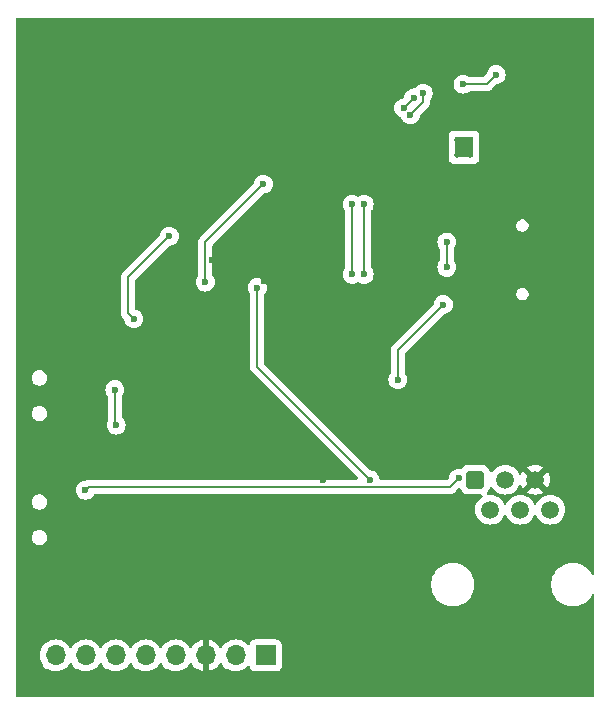
<source format=gbr>
%TF.GenerationSoftware,KiCad,Pcbnew,8.0.8*%
%TF.CreationDate,2025-04-01T12:31:34+02:00*%
%TF.ProjectId,reader,72656164-6572-42e6-9b69-6361645f7063,rev?*%
%TF.SameCoordinates,Original*%
%TF.FileFunction,Copper,L2,Bot*%
%TF.FilePolarity,Positive*%
%FSLAX46Y46*%
G04 Gerber Fmt 4.6, Leading zero omitted, Abs format (unit mm)*
G04 Created by KiCad (PCBNEW 8.0.8) date 2025-04-01 12:31:34*
%MOMM*%
%LPD*%
G01*
G04 APERTURE LIST*
G04 Aperture macros list*
%AMRoundRect*
0 Rectangle with rounded corners*
0 $1 Rounding radius*
0 $2 $3 $4 $5 $6 $7 $8 $9 X,Y pos of 4 corners*
0 Add a 4 corners polygon primitive as box body*
4,1,4,$2,$3,$4,$5,$6,$7,$8,$9,$2,$3,0*
0 Add four circle primitives for the rounded corners*
1,1,$1+$1,$2,$3*
1,1,$1+$1,$4,$5*
1,1,$1+$1,$6,$7*
1,1,$1+$1,$8,$9*
0 Add four rect primitives between the rounded corners*
20,1,$1+$1,$2,$3,$4,$5,0*
20,1,$1+$1,$4,$5,$6,$7,0*
20,1,$1+$1,$6,$7,$8,$9,0*
20,1,$1+$1,$8,$9,$2,$3,0*%
G04 Aperture macros list end*
%TA.AperFunction,ComponentPad*%
%ADD10R,1.700000X1.700000*%
%TD*%
%TA.AperFunction,ComponentPad*%
%ADD11O,1.700000X1.700000*%
%TD*%
%TA.AperFunction,HeatsinkPad*%
%ADD12C,0.500000*%
%TD*%
%TA.AperFunction,HeatsinkPad*%
%ADD13R,1.600000X1.800000*%
%TD*%
%TA.AperFunction,ComponentPad*%
%ADD14RoundRect,0.250000X-0.510000X-0.510000X0.510000X-0.510000X0.510000X0.510000X-0.510000X0.510000X0*%
%TD*%
%TA.AperFunction,ComponentPad*%
%ADD15C,1.520000*%
%TD*%
%TA.AperFunction,ViaPad*%
%ADD16C,0.600000*%
%TD*%
%TA.AperFunction,Conductor*%
%ADD17C,0.200000*%
%TD*%
G04 APERTURE END LIST*
D10*
%TO.P,J5,1,Pin_1*%
%TO.N,Net-(J5-Pin_1)*%
X154160000Y-82000000D03*
D11*
%TO.P,J5,2,Pin_2*%
%TO.N,RFID_RST*%
X151620000Y-82000000D03*
%TO.P,J5,3,Pin_3*%
%TO.N,GND*%
X149080000Y-82000000D03*
%TO.P,J5,4,Pin_4*%
%TO.N,unconnected-(J5-Pin_4-Pad4)*%
X146540000Y-82000000D03*
%TO.P,J5,5,Pin_5*%
%TO.N,SP1_MISO*%
X144000000Y-82000000D03*
%TO.P,J5,6,Pin_6*%
%TO.N,SP1_MOSI*%
X141460000Y-82000000D03*
%TO.P,J5,7,Pin_7*%
%TO.N,SP1_SCK*%
X138920000Y-82000000D03*
%TO.P,J5,8,Pin_8*%
%TO.N,RFID_SDA*%
X136380000Y-82000000D03*
%TD*%
D12*
%TO.P,U1,9*%
%TO.N,N/C*%
X171500000Y-39625000D03*
X171500000Y-38325000D03*
D13*
X170950000Y-38975000D03*
D12*
X170400000Y-39625000D03*
X170400000Y-38325000D03*
%TD*%
D14*
%TO.P,J6,1*%
%TO.N,RST*%
X171900000Y-67110000D03*
D15*
%TO.P,J6,2*%
%TO.N,Net-(D5-A)*%
X173170000Y-69650000D03*
%TO.P,J6,3*%
%TO.N,Net-(U4-R1IN)*%
X174440000Y-67110000D03*
%TO.P,J6,4*%
%TO.N,Net-(U4-T1OUT)*%
X175710000Y-69650000D03*
%TO.P,J6,5*%
%TO.N,GND*%
X176980000Y-67110000D03*
%TO.P,J6,6*%
%TO.N,Net-(D6-A)*%
X178250000Y-69650000D03*
%TD*%
D16*
%TO.N,GND*%
X180000000Y-41000000D03*
X158500000Y-64000000D03*
X178000000Y-55500000D03*
X139000000Y-72500000D03*
X149500000Y-77000000D03*
X140000000Y-49500000D03*
X172000000Y-50500000D03*
X161000000Y-58500000D03*
X160500000Y-33000000D03*
X149650000Y-48500000D03*
X174500000Y-31000000D03*
X143023000Y-47454800D03*
X163000000Y-78000000D03*
X167500000Y-32000000D03*
X148962000Y-79038400D03*
X161500000Y-59500000D03*
X145000000Y-52000000D03*
X180500000Y-31000000D03*
X174500000Y-38000000D03*
X174500000Y-39500000D03*
X159000000Y-67127100D03*
X177500000Y-65000000D03*
X157500000Y-78000000D03*
X159000000Y-46040000D03*
X173000000Y-54000000D03*
X150500000Y-42500000D03*
X139000000Y-57000000D03*
X152975000Y-63000000D03*
X178500000Y-33500000D03*
X153997000Y-50266400D03*
X162500000Y-58500000D03*
X144000000Y-44000000D03*
X171500000Y-44480000D03*
%TO.N,+3.3V*%
X146000000Y-46500000D03*
X143000000Y-53500000D03*
%TO.N,V+*%
X169500000Y-49141000D03*
X169500000Y-47000000D03*
X169206000Y-52294000D03*
X165356000Y-58644300D03*
%TO.N,NRST*%
X141500000Y-62500000D03*
X141400000Y-59500000D03*
%TO.N,SWCLK*%
X161500000Y-49740000D03*
X161500000Y-43810000D03*
%TO.N,RST*%
X138900000Y-68000000D03*
X170502000Y-66997600D03*
%TO.N,TRACESWO*%
X162500000Y-43810000D03*
X162500000Y-49740000D03*
%TO.N,AUDIO_OUT*%
X165851000Y-35649300D03*
X166699000Y-34800700D03*
%TO.N,LED_R2*%
X173674000Y-32825700D03*
X153964000Y-42092400D03*
X149050000Y-50386400D03*
X170872000Y-33627600D03*
X167500000Y-34400000D03*
X166416000Y-36215000D03*
%TO.N,USART3_TX*%
X153457000Y-50856400D03*
X163000000Y-67127100D03*
%TD*%
D17*
%TO.N,+3.3V*%
X142500000Y-53000000D02*
X143000000Y-53500000D01*
X146000000Y-46500000D02*
X142500000Y-50000000D01*
X142500000Y-50000000D02*
X142500000Y-53000000D01*
%TO.N,V+*%
X169500000Y-49141000D02*
X169500000Y-47000000D01*
X169206000Y-52294000D02*
X165356000Y-56144300D01*
X165356000Y-56144300D02*
X165356000Y-58644300D01*
%TO.N,NRST*%
X141400000Y-59500000D02*
X141400000Y-62400000D01*
X141400000Y-62400000D02*
X141500000Y-62500000D01*
%TO.N,SWCLK*%
X161500000Y-49740000D02*
X161500000Y-43810000D01*
%TO.N,RST*%
X170502000Y-66997600D02*
X169773000Y-67727100D01*
X169773000Y-67727100D02*
X139173000Y-67727100D01*
X139173000Y-67727100D02*
X138900000Y-68000000D01*
%TO.N,TRACESWO*%
X162500000Y-49740000D02*
X162500000Y-43810000D01*
%TO.N,AUDIO_OUT*%
X165851000Y-35649300D02*
X166699000Y-34800700D01*
%TO.N,LED_R2*%
X153964000Y-42092400D02*
X149050000Y-47006100D01*
X149050000Y-47006100D02*
X149050000Y-50386400D01*
X172872000Y-33627600D02*
X170872000Y-33627600D01*
X173674000Y-32825700D02*
X172872000Y-33627600D01*
X167500000Y-34400000D02*
X167500000Y-35131400D01*
X167500000Y-35131400D02*
X166416000Y-36215000D01*
%TO.N,USART3_TX*%
X153457000Y-57583900D02*
X163000000Y-67127100D01*
X153457000Y-50856400D02*
X153457000Y-57583900D01*
%TD*%
%TA.AperFunction,Conductor*%
%TO.N,GND*%
G36*
X181942539Y-28020185D02*
G01*
X181988294Y-28072989D01*
X181999500Y-28124500D01*
X181999500Y-75072333D01*
X181979815Y-75139372D01*
X181927011Y-75185127D01*
X181857853Y-75195071D01*
X181794297Y-75166046D01*
X181768113Y-75134333D01*
X181681105Y-74983630D01*
X181535430Y-74793783D01*
X181535424Y-74793776D01*
X181366223Y-74624575D01*
X181366216Y-74624569D01*
X181176367Y-74478892D01*
X181176365Y-74478891D01*
X180969140Y-74359251D01*
X180969132Y-74359247D01*
X180969130Y-74359246D01*
X180748047Y-74267670D01*
X180748048Y-74267670D01*
X180748045Y-74267669D01*
X180516900Y-74205734D01*
X180279659Y-74174501D01*
X180279656Y-74174500D01*
X180279650Y-74174500D01*
X180040350Y-74174500D01*
X180040344Y-74174500D01*
X180040340Y-74174501D01*
X179803099Y-74205734D01*
X179571954Y-74267669D01*
X179350876Y-74359243D01*
X179350859Y-74359251D01*
X179143634Y-74478891D01*
X179143632Y-74478892D01*
X178953783Y-74624569D01*
X178953776Y-74624575D01*
X178784575Y-74793776D01*
X178784569Y-74793783D01*
X178638892Y-74983632D01*
X178638891Y-74983634D01*
X178519251Y-75190859D01*
X178519243Y-75190876D01*
X178427669Y-75411954D01*
X178365734Y-75643099D01*
X178334501Y-75880340D01*
X178334500Y-75880356D01*
X178334500Y-76119643D01*
X178334501Y-76119659D01*
X178365734Y-76356900D01*
X178427669Y-76588045D01*
X178519243Y-76809123D01*
X178519251Y-76809140D01*
X178638891Y-77016365D01*
X178638892Y-77016367D01*
X178784569Y-77206216D01*
X178784575Y-77206223D01*
X178953776Y-77375424D01*
X178953783Y-77375430D01*
X179143632Y-77521107D01*
X179143634Y-77521108D01*
X179350859Y-77640748D01*
X179350862Y-77640749D01*
X179350870Y-77640754D01*
X179571953Y-77732330D01*
X179803098Y-77794265D01*
X180040350Y-77825500D01*
X180040357Y-77825500D01*
X180279643Y-77825500D01*
X180279650Y-77825500D01*
X180516902Y-77794265D01*
X180748047Y-77732330D01*
X180969130Y-77640754D01*
X181176370Y-77521105D01*
X181366218Y-77375429D01*
X181535429Y-77206218D01*
X181681105Y-77016370D01*
X181768113Y-76865665D01*
X181818679Y-76817451D01*
X181887286Y-76804227D01*
X181952151Y-76830195D01*
X181992680Y-76887109D01*
X181999500Y-76927666D01*
X181999500Y-85375500D01*
X181979815Y-85442539D01*
X181927011Y-85488294D01*
X181875500Y-85499500D01*
X133124500Y-85499500D01*
X133057461Y-85479815D01*
X133011706Y-85427011D01*
X133000500Y-85375500D01*
X133000500Y-81999999D01*
X135024341Y-81999999D01*
X135024341Y-82000000D01*
X135044936Y-82235403D01*
X135044938Y-82235413D01*
X135106094Y-82463655D01*
X135106096Y-82463659D01*
X135106097Y-82463663D01*
X135185801Y-82634588D01*
X135205965Y-82677830D01*
X135205967Y-82677834D01*
X135314281Y-82832521D01*
X135341505Y-82871401D01*
X135508599Y-83038495D01*
X135605384Y-83106265D01*
X135702165Y-83174032D01*
X135702167Y-83174033D01*
X135702170Y-83174035D01*
X135916337Y-83273903D01*
X136144592Y-83335063D01*
X136321034Y-83350500D01*
X136379999Y-83355659D01*
X136380000Y-83355659D01*
X136380001Y-83355659D01*
X136438966Y-83350500D01*
X136615408Y-83335063D01*
X136843663Y-83273903D01*
X137057830Y-83174035D01*
X137251401Y-83038495D01*
X137418495Y-82871401D01*
X137548425Y-82685842D01*
X137603002Y-82642217D01*
X137672500Y-82635023D01*
X137734855Y-82666546D01*
X137751575Y-82685842D01*
X137881500Y-82871395D01*
X137881505Y-82871401D01*
X138048599Y-83038495D01*
X138145384Y-83106265D01*
X138242165Y-83174032D01*
X138242167Y-83174033D01*
X138242170Y-83174035D01*
X138456337Y-83273903D01*
X138684592Y-83335063D01*
X138861034Y-83350500D01*
X138919999Y-83355659D01*
X138920000Y-83355659D01*
X138920001Y-83355659D01*
X138978966Y-83350500D01*
X139155408Y-83335063D01*
X139383663Y-83273903D01*
X139597830Y-83174035D01*
X139791401Y-83038495D01*
X139958495Y-82871401D01*
X140088425Y-82685842D01*
X140143002Y-82642217D01*
X140212500Y-82635023D01*
X140274855Y-82666546D01*
X140291575Y-82685842D01*
X140421500Y-82871395D01*
X140421505Y-82871401D01*
X140588599Y-83038495D01*
X140685384Y-83106265D01*
X140782165Y-83174032D01*
X140782167Y-83174033D01*
X140782170Y-83174035D01*
X140996337Y-83273903D01*
X141224592Y-83335063D01*
X141401034Y-83350500D01*
X141459999Y-83355659D01*
X141460000Y-83355659D01*
X141460001Y-83355659D01*
X141518966Y-83350500D01*
X141695408Y-83335063D01*
X141923663Y-83273903D01*
X142137830Y-83174035D01*
X142331401Y-83038495D01*
X142498495Y-82871401D01*
X142628425Y-82685842D01*
X142683002Y-82642217D01*
X142752500Y-82635023D01*
X142814855Y-82666546D01*
X142831575Y-82685842D01*
X142961500Y-82871395D01*
X142961505Y-82871401D01*
X143128599Y-83038495D01*
X143225384Y-83106265D01*
X143322165Y-83174032D01*
X143322167Y-83174033D01*
X143322170Y-83174035D01*
X143536337Y-83273903D01*
X143764592Y-83335063D01*
X143941034Y-83350500D01*
X143999999Y-83355659D01*
X144000000Y-83355659D01*
X144000001Y-83355659D01*
X144058966Y-83350500D01*
X144235408Y-83335063D01*
X144463663Y-83273903D01*
X144677830Y-83174035D01*
X144871401Y-83038495D01*
X145038495Y-82871401D01*
X145168425Y-82685842D01*
X145223002Y-82642217D01*
X145292500Y-82635023D01*
X145354855Y-82666546D01*
X145371575Y-82685842D01*
X145501500Y-82871395D01*
X145501505Y-82871401D01*
X145668599Y-83038495D01*
X145765384Y-83106265D01*
X145862165Y-83174032D01*
X145862167Y-83174033D01*
X145862170Y-83174035D01*
X146076337Y-83273903D01*
X146304592Y-83335063D01*
X146481034Y-83350500D01*
X146539999Y-83355659D01*
X146540000Y-83355659D01*
X146540001Y-83355659D01*
X146598966Y-83350500D01*
X146775408Y-83335063D01*
X147003663Y-83273903D01*
X147217830Y-83174035D01*
X147411401Y-83038495D01*
X147578495Y-82871401D01*
X147708730Y-82685405D01*
X147763307Y-82641781D01*
X147832805Y-82634587D01*
X147895160Y-82666110D01*
X147911879Y-82685405D01*
X148041890Y-82871078D01*
X148208917Y-83038105D01*
X148402421Y-83173600D01*
X148616507Y-83273429D01*
X148616516Y-83273433D01*
X148830000Y-83330634D01*
X148830000Y-82433012D01*
X148887007Y-82465925D01*
X149014174Y-82500000D01*
X149145826Y-82500000D01*
X149272993Y-82465925D01*
X149330000Y-82433012D01*
X149330000Y-83330633D01*
X149543483Y-83273433D01*
X149543492Y-83273429D01*
X149757578Y-83173600D01*
X149951082Y-83038105D01*
X150118105Y-82871082D01*
X150248119Y-82685405D01*
X150302696Y-82641781D01*
X150372195Y-82634588D01*
X150434549Y-82666110D01*
X150451269Y-82685405D01*
X150581505Y-82871401D01*
X150748599Y-83038495D01*
X150845384Y-83106265D01*
X150942165Y-83174032D01*
X150942167Y-83174033D01*
X150942170Y-83174035D01*
X151156337Y-83273903D01*
X151384592Y-83335063D01*
X151561034Y-83350500D01*
X151619999Y-83355659D01*
X151620000Y-83355659D01*
X151620001Y-83355659D01*
X151678966Y-83350500D01*
X151855408Y-83335063D01*
X152083663Y-83273903D01*
X152297830Y-83174035D01*
X152491401Y-83038495D01*
X152613329Y-82916566D01*
X152674648Y-82883084D01*
X152744340Y-82888068D01*
X152800274Y-82929939D01*
X152817189Y-82960917D01*
X152866202Y-83092328D01*
X152866206Y-83092335D01*
X152952452Y-83207544D01*
X152952455Y-83207547D01*
X153067664Y-83293793D01*
X153067671Y-83293797D01*
X153202517Y-83344091D01*
X153202516Y-83344091D01*
X153209444Y-83344835D01*
X153262127Y-83350500D01*
X155057872Y-83350499D01*
X155117483Y-83344091D01*
X155252331Y-83293796D01*
X155367546Y-83207546D01*
X155453796Y-83092331D01*
X155504091Y-82957483D01*
X155510500Y-82897873D01*
X155510499Y-81102128D01*
X155504091Y-81042517D01*
X155502810Y-81039083D01*
X155453797Y-80907671D01*
X155453793Y-80907664D01*
X155367547Y-80792455D01*
X155367544Y-80792452D01*
X155252335Y-80706206D01*
X155252328Y-80706202D01*
X155117482Y-80655908D01*
X155117483Y-80655908D01*
X155057883Y-80649501D01*
X155057881Y-80649500D01*
X155057873Y-80649500D01*
X155057864Y-80649500D01*
X153262129Y-80649500D01*
X153262123Y-80649501D01*
X153202516Y-80655908D01*
X153067671Y-80706202D01*
X153067664Y-80706206D01*
X152952455Y-80792452D01*
X152952452Y-80792455D01*
X152866206Y-80907664D01*
X152866203Y-80907669D01*
X152817189Y-81039083D01*
X152775317Y-81095016D01*
X152709853Y-81119433D01*
X152641580Y-81104581D01*
X152613326Y-81083430D01*
X152491402Y-80961506D01*
X152491395Y-80961501D01*
X152297834Y-80825967D01*
X152297830Y-80825965D01*
X152297828Y-80825964D01*
X152083663Y-80726097D01*
X152083659Y-80726096D01*
X152083655Y-80726094D01*
X151855413Y-80664938D01*
X151855403Y-80664936D01*
X151620001Y-80644341D01*
X151619999Y-80644341D01*
X151384596Y-80664936D01*
X151384586Y-80664938D01*
X151156344Y-80726094D01*
X151156335Y-80726098D01*
X150942171Y-80825964D01*
X150942169Y-80825965D01*
X150748597Y-80961505D01*
X150581508Y-81128594D01*
X150451269Y-81314595D01*
X150396692Y-81358219D01*
X150327193Y-81365412D01*
X150264839Y-81333890D01*
X150248119Y-81314594D01*
X150118113Y-81128926D01*
X150118108Y-81128920D01*
X149951082Y-80961894D01*
X149757578Y-80826399D01*
X149543492Y-80726570D01*
X149543486Y-80726567D01*
X149330000Y-80669364D01*
X149330000Y-81566988D01*
X149272993Y-81534075D01*
X149145826Y-81500000D01*
X149014174Y-81500000D01*
X148887007Y-81534075D01*
X148830000Y-81566988D01*
X148830000Y-80669364D01*
X148829999Y-80669364D01*
X148616513Y-80726567D01*
X148616507Y-80726570D01*
X148402422Y-80826399D01*
X148402420Y-80826400D01*
X148208926Y-80961886D01*
X148208920Y-80961891D01*
X148041891Y-81128920D01*
X148041890Y-81128922D01*
X147911880Y-81314595D01*
X147857303Y-81358219D01*
X147787804Y-81365412D01*
X147725450Y-81333890D01*
X147708730Y-81314594D01*
X147578494Y-81128597D01*
X147411402Y-80961506D01*
X147411395Y-80961501D01*
X147217834Y-80825967D01*
X147217830Y-80825965D01*
X147217828Y-80825964D01*
X147003663Y-80726097D01*
X147003659Y-80726096D01*
X147003655Y-80726094D01*
X146775413Y-80664938D01*
X146775403Y-80664936D01*
X146540001Y-80644341D01*
X146539999Y-80644341D01*
X146304596Y-80664936D01*
X146304586Y-80664938D01*
X146076344Y-80726094D01*
X146076335Y-80726098D01*
X145862171Y-80825964D01*
X145862169Y-80825965D01*
X145668597Y-80961505D01*
X145501505Y-81128597D01*
X145371575Y-81314158D01*
X145316998Y-81357783D01*
X145247500Y-81364977D01*
X145185145Y-81333454D01*
X145168425Y-81314158D01*
X145038494Y-81128597D01*
X144871402Y-80961506D01*
X144871395Y-80961501D01*
X144677834Y-80825967D01*
X144677830Y-80825965D01*
X144677828Y-80825964D01*
X144463663Y-80726097D01*
X144463659Y-80726096D01*
X144463655Y-80726094D01*
X144235413Y-80664938D01*
X144235403Y-80664936D01*
X144000001Y-80644341D01*
X143999999Y-80644341D01*
X143764596Y-80664936D01*
X143764586Y-80664938D01*
X143536344Y-80726094D01*
X143536335Y-80726098D01*
X143322171Y-80825964D01*
X143322169Y-80825965D01*
X143128597Y-80961505D01*
X142961505Y-81128597D01*
X142831575Y-81314158D01*
X142776998Y-81357783D01*
X142707500Y-81364977D01*
X142645145Y-81333454D01*
X142628425Y-81314158D01*
X142498494Y-81128597D01*
X142331402Y-80961506D01*
X142331395Y-80961501D01*
X142137834Y-80825967D01*
X142137830Y-80825965D01*
X142137828Y-80825964D01*
X141923663Y-80726097D01*
X141923659Y-80726096D01*
X141923655Y-80726094D01*
X141695413Y-80664938D01*
X141695403Y-80664936D01*
X141460001Y-80644341D01*
X141459999Y-80644341D01*
X141224596Y-80664936D01*
X141224586Y-80664938D01*
X140996344Y-80726094D01*
X140996335Y-80726098D01*
X140782171Y-80825964D01*
X140782169Y-80825965D01*
X140588597Y-80961505D01*
X140421505Y-81128597D01*
X140291575Y-81314158D01*
X140236998Y-81357783D01*
X140167500Y-81364977D01*
X140105145Y-81333454D01*
X140088425Y-81314158D01*
X139958494Y-81128597D01*
X139791402Y-80961506D01*
X139791395Y-80961501D01*
X139597834Y-80825967D01*
X139597830Y-80825965D01*
X139597828Y-80825964D01*
X139383663Y-80726097D01*
X139383659Y-80726096D01*
X139383655Y-80726094D01*
X139155413Y-80664938D01*
X139155403Y-80664936D01*
X138920001Y-80644341D01*
X138919999Y-80644341D01*
X138684596Y-80664936D01*
X138684586Y-80664938D01*
X138456344Y-80726094D01*
X138456335Y-80726098D01*
X138242171Y-80825964D01*
X138242169Y-80825965D01*
X138048597Y-80961505D01*
X137881505Y-81128597D01*
X137751575Y-81314158D01*
X137696998Y-81357783D01*
X137627500Y-81364977D01*
X137565145Y-81333454D01*
X137548425Y-81314158D01*
X137418494Y-81128597D01*
X137251402Y-80961506D01*
X137251395Y-80961501D01*
X137057834Y-80825967D01*
X137057830Y-80825965D01*
X137057828Y-80825964D01*
X136843663Y-80726097D01*
X136843659Y-80726096D01*
X136843655Y-80726094D01*
X136615413Y-80664938D01*
X136615403Y-80664936D01*
X136380001Y-80644341D01*
X136379999Y-80644341D01*
X136144596Y-80664936D01*
X136144586Y-80664938D01*
X135916344Y-80726094D01*
X135916335Y-80726098D01*
X135702171Y-80825964D01*
X135702169Y-80825965D01*
X135508597Y-80961505D01*
X135341505Y-81128597D01*
X135205965Y-81322169D01*
X135205964Y-81322171D01*
X135106098Y-81536335D01*
X135106094Y-81536344D01*
X135044938Y-81764586D01*
X135044936Y-81764596D01*
X135024341Y-81999999D01*
X133000500Y-81999999D01*
X133000500Y-75880356D01*
X168174500Y-75880356D01*
X168174500Y-76119643D01*
X168174501Y-76119659D01*
X168205734Y-76356900D01*
X168267669Y-76588045D01*
X168359243Y-76809123D01*
X168359251Y-76809140D01*
X168478891Y-77016365D01*
X168478892Y-77016367D01*
X168624569Y-77206216D01*
X168624575Y-77206223D01*
X168793776Y-77375424D01*
X168793783Y-77375430D01*
X168983632Y-77521107D01*
X168983634Y-77521108D01*
X169190859Y-77640748D01*
X169190862Y-77640749D01*
X169190870Y-77640754D01*
X169411953Y-77732330D01*
X169643098Y-77794265D01*
X169880350Y-77825500D01*
X169880357Y-77825500D01*
X170119643Y-77825500D01*
X170119650Y-77825500D01*
X170356902Y-77794265D01*
X170588047Y-77732330D01*
X170809130Y-77640754D01*
X171016370Y-77521105D01*
X171206218Y-77375429D01*
X171375429Y-77206218D01*
X171521105Y-77016370D01*
X171640754Y-76809130D01*
X171732330Y-76588047D01*
X171794265Y-76356902D01*
X171825500Y-76119650D01*
X171825500Y-75880350D01*
X171794265Y-75643098D01*
X171732330Y-75411953D01*
X171640754Y-75190870D01*
X171640748Y-75190859D01*
X171521108Y-74983634D01*
X171521107Y-74983632D01*
X171375430Y-74793783D01*
X171375424Y-74793776D01*
X171206223Y-74624575D01*
X171206216Y-74624569D01*
X171016367Y-74478892D01*
X171016365Y-74478891D01*
X170809140Y-74359251D01*
X170809132Y-74359247D01*
X170809130Y-74359246D01*
X170588047Y-74267670D01*
X170588048Y-74267670D01*
X170588045Y-74267669D01*
X170356900Y-74205734D01*
X170119659Y-74174501D01*
X170119656Y-74174500D01*
X170119650Y-74174500D01*
X169880350Y-74174500D01*
X169880344Y-74174500D01*
X169880340Y-74174501D01*
X169643099Y-74205734D01*
X169411954Y-74267669D01*
X169190876Y-74359243D01*
X169190859Y-74359251D01*
X168983634Y-74478891D01*
X168983632Y-74478892D01*
X168793783Y-74624569D01*
X168793776Y-74624575D01*
X168624575Y-74793776D01*
X168624569Y-74793783D01*
X168478892Y-74983632D01*
X168478891Y-74983634D01*
X168359251Y-75190859D01*
X168359243Y-75190876D01*
X168267669Y-75411954D01*
X168205734Y-75643099D01*
X168174501Y-75880340D01*
X168174500Y-75880356D01*
X133000500Y-75880356D01*
X133000500Y-72064071D01*
X134349499Y-72064071D01*
X134374497Y-72189738D01*
X134374499Y-72189744D01*
X134423533Y-72308124D01*
X134423538Y-72308133D01*
X134494723Y-72414668D01*
X134494726Y-72414672D01*
X134585327Y-72505273D01*
X134585331Y-72505276D01*
X134691866Y-72576461D01*
X134691872Y-72576464D01*
X134691873Y-72576465D01*
X134810256Y-72625501D01*
X134810260Y-72625501D01*
X134810261Y-72625502D01*
X134935928Y-72650500D01*
X134935931Y-72650500D01*
X135064071Y-72650500D01*
X135148615Y-72633682D01*
X135189744Y-72625501D01*
X135308127Y-72576465D01*
X135414669Y-72505276D01*
X135505276Y-72414669D01*
X135576465Y-72308127D01*
X135625501Y-72189744D01*
X135650500Y-72064069D01*
X135650500Y-71935931D01*
X135650500Y-71935928D01*
X135625502Y-71810261D01*
X135625501Y-71810260D01*
X135625501Y-71810256D01*
X135576465Y-71691873D01*
X135576464Y-71691872D01*
X135576461Y-71691866D01*
X135505276Y-71585331D01*
X135505273Y-71585327D01*
X135414672Y-71494726D01*
X135414668Y-71494723D01*
X135308133Y-71423538D01*
X135308124Y-71423533D01*
X135189744Y-71374499D01*
X135189738Y-71374497D01*
X135064071Y-71349500D01*
X135064069Y-71349500D01*
X134935931Y-71349500D01*
X134935929Y-71349500D01*
X134810261Y-71374497D01*
X134810255Y-71374499D01*
X134691875Y-71423533D01*
X134691866Y-71423538D01*
X134585331Y-71494723D01*
X134585327Y-71494726D01*
X134494726Y-71585327D01*
X134494723Y-71585331D01*
X134423538Y-71691866D01*
X134423533Y-71691875D01*
X134374499Y-71810255D01*
X134374497Y-71810261D01*
X134349500Y-71935928D01*
X134349500Y-71935931D01*
X134349500Y-72064069D01*
X134349500Y-72064071D01*
X134349499Y-72064071D01*
X133000500Y-72064071D01*
X133000500Y-69064071D01*
X134349499Y-69064071D01*
X134374497Y-69189738D01*
X134374499Y-69189744D01*
X134423533Y-69308124D01*
X134423538Y-69308133D01*
X134494723Y-69414668D01*
X134494726Y-69414672D01*
X134585327Y-69505273D01*
X134585331Y-69505276D01*
X134691866Y-69576461D01*
X134691872Y-69576464D01*
X134691873Y-69576465D01*
X134810256Y-69625501D01*
X134810260Y-69625501D01*
X134810261Y-69625502D01*
X134935928Y-69650500D01*
X134935931Y-69650500D01*
X135064071Y-69650500D01*
X135148615Y-69633682D01*
X135189744Y-69625501D01*
X135308127Y-69576465D01*
X135414669Y-69505276D01*
X135505276Y-69414669D01*
X135576465Y-69308127D01*
X135625501Y-69189744D01*
X135650500Y-69064069D01*
X135650500Y-68935931D01*
X135650500Y-68935928D01*
X135625502Y-68810261D01*
X135625501Y-68810260D01*
X135625501Y-68810256D01*
X135576465Y-68691873D01*
X135576464Y-68691872D01*
X135576461Y-68691866D01*
X135505276Y-68585331D01*
X135505273Y-68585327D01*
X135414672Y-68494726D01*
X135414668Y-68494723D01*
X135308133Y-68423538D01*
X135308124Y-68423533D01*
X135189744Y-68374499D01*
X135189738Y-68374497D01*
X135064071Y-68349500D01*
X135064069Y-68349500D01*
X134935931Y-68349500D01*
X134935929Y-68349500D01*
X134810261Y-68374497D01*
X134810255Y-68374499D01*
X134691875Y-68423533D01*
X134691866Y-68423538D01*
X134585331Y-68494723D01*
X134585327Y-68494726D01*
X134494726Y-68585327D01*
X134494723Y-68585331D01*
X134423538Y-68691866D01*
X134423533Y-68691875D01*
X134374499Y-68810255D01*
X134374497Y-68810261D01*
X134349500Y-68935928D01*
X134349500Y-68935931D01*
X134349500Y-69064069D01*
X134349500Y-69064071D01*
X134349499Y-69064071D01*
X133000500Y-69064071D01*
X133000500Y-67999996D01*
X138094435Y-67999996D01*
X138094435Y-68000003D01*
X138114630Y-68179249D01*
X138114631Y-68179254D01*
X138174211Y-68349523D01*
X138244254Y-68460995D01*
X138270184Y-68502262D01*
X138397738Y-68629816D01*
X138550478Y-68725789D01*
X138720745Y-68785368D01*
X138720750Y-68785369D01*
X138899996Y-68805565D01*
X138900000Y-68805565D01*
X138900004Y-68805565D01*
X139079249Y-68785369D01*
X139079252Y-68785368D01*
X139079255Y-68785368D01*
X139249522Y-68725789D01*
X139402262Y-68629816D01*
X139529816Y-68502262D01*
X139603102Y-68385627D01*
X139655437Y-68339337D01*
X139708096Y-68327600D01*
X169685854Y-68327600D01*
X169686328Y-68327630D01*
X169694146Y-68327627D01*
X169694149Y-68327628D01*
X169774643Y-68327600D01*
X169852057Y-68327600D01*
X169852058Y-68327599D01*
X169852257Y-68327573D01*
X169852263Y-68327573D01*
X169928097Y-68307224D01*
X169928142Y-68307225D01*
X169928139Y-68307213D01*
X170004784Y-68286677D01*
X170004788Y-68286674D01*
X170004967Y-68286601D01*
X170004972Y-68286597D01*
X170004976Y-68286597D01*
X170072457Y-68247606D01*
X170141716Y-68207620D01*
X170141720Y-68207615D01*
X170141725Y-68207613D01*
X170141875Y-68207497D01*
X170141876Y-68207495D01*
X170141881Y-68207493D01*
X170197252Y-68152083D01*
X170253520Y-68095816D01*
X170253521Y-68095813D01*
X170259278Y-68090057D01*
X170259567Y-68089724D01*
X170489485Y-67859649D01*
X170550796Y-67826144D01*
X170620489Y-67831105D01*
X170676437Y-67872957D01*
X170694900Y-67908295D01*
X170705186Y-67939334D01*
X170797288Y-68088656D01*
X170921344Y-68212712D01*
X171070666Y-68304814D01*
X171237203Y-68359999D01*
X171339991Y-68370500D01*
X172406424Y-68370499D01*
X172473463Y-68390183D01*
X172519218Y-68442987D01*
X172529162Y-68512146D01*
X172500137Y-68575702D01*
X172477547Y-68596074D01*
X172356668Y-68680713D01*
X172200713Y-68836668D01*
X172074205Y-69017342D01*
X172074204Y-69017344D01*
X171980994Y-69217235D01*
X171980990Y-69217244D01*
X171923909Y-69430275D01*
X171923907Y-69430285D01*
X171904685Y-69649998D01*
X171904685Y-69650001D01*
X171923907Y-69869714D01*
X171923909Y-69869724D01*
X171980990Y-70082755D01*
X171980995Y-70082769D01*
X172074203Y-70282654D01*
X172074207Y-70282662D01*
X172200712Y-70463330D01*
X172356669Y-70619287D01*
X172537337Y-70745792D01*
X172537339Y-70745793D01*
X172537342Y-70745795D01*
X172657603Y-70801873D01*
X172737230Y-70839004D01*
X172737232Y-70839004D01*
X172737237Y-70839007D01*
X172950280Y-70896092D01*
X173107222Y-70909822D01*
X173169998Y-70915315D01*
X173170000Y-70915315D01*
X173170002Y-70915315D01*
X173224930Y-70910509D01*
X173389720Y-70896092D01*
X173602763Y-70839007D01*
X173802658Y-70745795D01*
X173983329Y-70619288D01*
X174139288Y-70463329D01*
X174265795Y-70282658D01*
X174327618Y-70150076D01*
X174373790Y-70097637D01*
X174440983Y-70078485D01*
X174507864Y-70098700D01*
X174552382Y-70150077D01*
X174614203Y-70282654D01*
X174614207Y-70282662D01*
X174740712Y-70463330D01*
X174896669Y-70619287D01*
X175077337Y-70745792D01*
X175077339Y-70745793D01*
X175077342Y-70745795D01*
X175197603Y-70801873D01*
X175277230Y-70839004D01*
X175277232Y-70839004D01*
X175277237Y-70839007D01*
X175490280Y-70896092D01*
X175647222Y-70909822D01*
X175709998Y-70915315D01*
X175710000Y-70915315D01*
X175710002Y-70915315D01*
X175764930Y-70910509D01*
X175929720Y-70896092D01*
X176142763Y-70839007D01*
X176342658Y-70745795D01*
X176523329Y-70619288D01*
X176679288Y-70463329D01*
X176805795Y-70282658D01*
X176867618Y-70150076D01*
X176913790Y-70097637D01*
X176980983Y-70078485D01*
X177047864Y-70098700D01*
X177092382Y-70150077D01*
X177154203Y-70282654D01*
X177154207Y-70282662D01*
X177280712Y-70463330D01*
X177436669Y-70619287D01*
X177617337Y-70745792D01*
X177617339Y-70745793D01*
X177617342Y-70745795D01*
X177737603Y-70801873D01*
X177817230Y-70839004D01*
X177817232Y-70839004D01*
X177817237Y-70839007D01*
X178030280Y-70896092D01*
X178187222Y-70909822D01*
X178249998Y-70915315D01*
X178250000Y-70915315D01*
X178250002Y-70915315D01*
X178304930Y-70910509D01*
X178469720Y-70896092D01*
X178682763Y-70839007D01*
X178882658Y-70745795D01*
X179063329Y-70619288D01*
X179219288Y-70463329D01*
X179345795Y-70282658D01*
X179439007Y-70082763D01*
X179496092Y-69869720D01*
X179515315Y-69650000D01*
X179496092Y-69430280D01*
X179439007Y-69217237D01*
X179345795Y-69017343D01*
X179219288Y-68836671D01*
X179219286Y-68836668D01*
X179063330Y-68680712D01*
X178882662Y-68554207D01*
X178882654Y-68554203D01*
X178682769Y-68460995D01*
X178682755Y-68460990D01*
X178469724Y-68403909D01*
X178469722Y-68403908D01*
X178469720Y-68403908D01*
X178469718Y-68403907D01*
X178469714Y-68403907D01*
X178250002Y-68384685D01*
X178249998Y-68384685D01*
X178030285Y-68403907D01*
X178030275Y-68403909D01*
X177817244Y-68460990D01*
X177817235Y-68460994D01*
X177617344Y-68554204D01*
X177617342Y-68554205D01*
X177436668Y-68680713D01*
X177280713Y-68836668D01*
X177154205Y-69017342D01*
X177154204Y-69017344D01*
X177092382Y-69149923D01*
X177046210Y-69202362D01*
X176979016Y-69221514D01*
X176912135Y-69201298D01*
X176867618Y-69149923D01*
X176805795Y-69017343D01*
X176679288Y-68836671D01*
X176679286Y-68836668D01*
X176523330Y-68680712D01*
X176342662Y-68554207D01*
X176342654Y-68554203D01*
X176142769Y-68460995D01*
X176142755Y-68460990D01*
X175929724Y-68403909D01*
X175929722Y-68403908D01*
X175929720Y-68403908D01*
X175929718Y-68403907D01*
X175929714Y-68403907D01*
X175710002Y-68384685D01*
X175709998Y-68384685D01*
X175490285Y-68403907D01*
X175490275Y-68403909D01*
X175277244Y-68460990D01*
X175277235Y-68460994D01*
X175077344Y-68554204D01*
X175077342Y-68554205D01*
X174896668Y-68680713D01*
X174740713Y-68836668D01*
X174614205Y-69017342D01*
X174614204Y-69017344D01*
X174552382Y-69149923D01*
X174506210Y-69202362D01*
X174439016Y-69221514D01*
X174372135Y-69201298D01*
X174327618Y-69149923D01*
X174265795Y-69017343D01*
X174139288Y-68836671D01*
X174139286Y-68836668D01*
X173983330Y-68680712D01*
X173802662Y-68554207D01*
X173802654Y-68554203D01*
X173602769Y-68460995D01*
X173602755Y-68460990D01*
X173389724Y-68403909D01*
X173389722Y-68403908D01*
X173389720Y-68403908D01*
X173389718Y-68403907D01*
X173389714Y-68403907D01*
X173170002Y-68384685D01*
X173169998Y-68384685D01*
X173001651Y-68399413D01*
X172933151Y-68385646D01*
X172882968Y-68337031D01*
X172867035Y-68269002D01*
X172890411Y-68203159D01*
X172903151Y-68188216D01*
X173002712Y-68088656D01*
X173094814Y-67939334D01*
X173141500Y-67798444D01*
X173181270Y-67741003D01*
X173245786Y-67714180D01*
X173314562Y-67726495D01*
X173360779Y-67766329D01*
X173470712Y-67923330D01*
X173626669Y-68079287D01*
X173807337Y-68205792D01*
X173807339Y-68205793D01*
X173807342Y-68205795D01*
X173822176Y-68212712D01*
X174007230Y-68299004D01*
X174007232Y-68299004D01*
X174007237Y-68299007D01*
X174220280Y-68356092D01*
X174377222Y-68369822D01*
X174439998Y-68375315D01*
X174440000Y-68375315D01*
X174440002Y-68375315D01*
X174495047Y-68370499D01*
X174659720Y-68356092D01*
X174872763Y-68299007D01*
X175072658Y-68205795D01*
X175253329Y-68079288D01*
X175409288Y-67923329D01*
X175535795Y-67742658D01*
X175597895Y-67609481D01*
X175644064Y-67557047D01*
X175711258Y-67537894D01*
X175778139Y-67558109D01*
X175822657Y-67609485D01*
X175884638Y-67742402D01*
X175929694Y-67806750D01*
X176600000Y-67136445D01*
X176600000Y-67160028D01*
X176625896Y-67256675D01*
X176675924Y-67343325D01*
X176746675Y-67414076D01*
X176833325Y-67464104D01*
X176929972Y-67490000D01*
X176953553Y-67490000D01*
X176283247Y-68160304D01*
X176347593Y-68205359D01*
X176547406Y-68298533D01*
X176547412Y-68298536D01*
X176760365Y-68355597D01*
X176760373Y-68355598D01*
X176979998Y-68374813D01*
X176980002Y-68374813D01*
X177199626Y-68355598D01*
X177199634Y-68355597D01*
X177412587Y-68298536D01*
X177412598Y-68298532D01*
X177612402Y-68205362D01*
X177612410Y-68205358D01*
X177676751Y-68160305D01*
X177676751Y-68160304D01*
X177006448Y-67490000D01*
X177030028Y-67490000D01*
X177126675Y-67464104D01*
X177213325Y-67414076D01*
X177284076Y-67343325D01*
X177334104Y-67256675D01*
X177360000Y-67160028D01*
X177360000Y-67136447D01*
X178030304Y-67806751D01*
X178030305Y-67806751D01*
X178075358Y-67742410D01*
X178075362Y-67742402D01*
X178168532Y-67542598D01*
X178168536Y-67542587D01*
X178225597Y-67329634D01*
X178225598Y-67329626D01*
X178244813Y-67110001D01*
X178244813Y-67109998D01*
X178225598Y-66890373D01*
X178225597Y-66890366D01*
X178168533Y-66677404D01*
X178075361Y-66477596D01*
X178030303Y-66413247D01*
X177360000Y-67083551D01*
X177360000Y-67059972D01*
X177334104Y-66963325D01*
X177284076Y-66876675D01*
X177213325Y-66805924D01*
X177126675Y-66755896D01*
X177030028Y-66730000D01*
X177006447Y-66730000D01*
X177676751Y-66059694D01*
X177612402Y-66014638D01*
X177412593Y-65921466D01*
X177412587Y-65921463D01*
X177199634Y-65864402D01*
X177199626Y-65864401D01*
X176980002Y-65845187D01*
X176979998Y-65845187D01*
X176760373Y-65864401D01*
X176760366Y-65864402D01*
X176547404Y-65921466D01*
X176347595Y-66014639D01*
X176347593Y-66014640D01*
X176283248Y-66059695D01*
X176283247Y-66059695D01*
X176953554Y-66730000D01*
X176929972Y-66730000D01*
X176833325Y-66755896D01*
X176746675Y-66805924D01*
X176675924Y-66876675D01*
X176625896Y-66963325D01*
X176600000Y-67059972D01*
X176600000Y-67083552D01*
X175929695Y-66413247D01*
X175929695Y-66413248D01*
X175884640Y-66477593D01*
X175884639Y-66477595D01*
X175822657Y-66610515D01*
X175776484Y-66662954D01*
X175709290Y-66682106D01*
X175642409Y-66661890D01*
X175597894Y-66610515D01*
X175535795Y-66477343D01*
X175409288Y-66296671D01*
X175409286Y-66296668D01*
X175253330Y-66140712D01*
X175072662Y-66014207D01*
X175072654Y-66014203D01*
X174872769Y-65920995D01*
X174872755Y-65920990D01*
X174659724Y-65863909D01*
X174659722Y-65863908D01*
X174659720Y-65863908D01*
X174659718Y-65863907D01*
X174659714Y-65863907D01*
X174440002Y-65844685D01*
X174439998Y-65844685D01*
X174220285Y-65863907D01*
X174220275Y-65863909D01*
X174007244Y-65920990D01*
X174007235Y-65920994D01*
X173807344Y-66014204D01*
X173807342Y-66014205D01*
X173626668Y-66140713D01*
X173470713Y-66296668D01*
X173360780Y-66453671D01*
X173306203Y-66497296D01*
X173236705Y-66504490D01*
X173174350Y-66472967D01*
X173141499Y-66421552D01*
X173134792Y-66401311D01*
X173094814Y-66280666D01*
X173002712Y-66131344D01*
X172878656Y-66007288D01*
X172738752Y-65920995D01*
X172729336Y-65915187D01*
X172729331Y-65915185D01*
X172727862Y-65914698D01*
X172562797Y-65860001D01*
X172562795Y-65860000D01*
X172460010Y-65849500D01*
X171339998Y-65849500D01*
X171339981Y-65849501D01*
X171237203Y-65860000D01*
X171237200Y-65860001D01*
X171070668Y-65915185D01*
X171070663Y-65915187D01*
X170921342Y-66007289D01*
X170797288Y-66131343D01*
X170784377Y-66152275D01*
X170732428Y-66198998D01*
X170664957Y-66210395D01*
X170502004Y-66192035D01*
X170501996Y-66192035D01*
X170322750Y-66212230D01*
X170322745Y-66212231D01*
X170152476Y-66271811D01*
X169999737Y-66367784D01*
X169872184Y-66495337D01*
X169776210Y-66648078D01*
X169716630Y-66818350D01*
X169706802Y-66905580D01*
X169679735Y-66969994D01*
X169671294Y-66979346D01*
X169560468Y-67090250D01*
X169499157Y-67123757D01*
X169472756Y-67126600D01*
X163916322Y-67126600D01*
X163849283Y-67106915D01*
X163803528Y-67054111D01*
X163793102Y-67016483D01*
X163785369Y-66947850D01*
X163785368Y-66947848D01*
X163785368Y-66947845D01*
X163725789Y-66777578D01*
X163629816Y-66624838D01*
X163502262Y-66497284D01*
X163463562Y-66472967D01*
X163349521Y-66401310D01*
X163179249Y-66341730D01*
X163092340Y-66331938D01*
X163027926Y-66304871D01*
X163018542Y-66296398D01*
X155366601Y-58644296D01*
X164550435Y-58644296D01*
X164550435Y-58644303D01*
X164570630Y-58823549D01*
X164570631Y-58823554D01*
X164630211Y-58993823D01*
X164712950Y-59125500D01*
X164726184Y-59146562D01*
X164853738Y-59274116D01*
X165006478Y-59370089D01*
X165176745Y-59429668D01*
X165176750Y-59429669D01*
X165355996Y-59449865D01*
X165356000Y-59449865D01*
X165356004Y-59449865D01*
X165535249Y-59429669D01*
X165535252Y-59429668D01*
X165535255Y-59429668D01*
X165705522Y-59370089D01*
X165858262Y-59274116D01*
X165985816Y-59146562D01*
X166081789Y-58993822D01*
X166141368Y-58823555D01*
X166143106Y-58808133D01*
X166161565Y-58644303D01*
X166161565Y-58644296D01*
X166141369Y-58465050D01*
X166141368Y-58465045D01*
X166131181Y-58435931D01*
X166081789Y-58294778D01*
X165985816Y-58142038D01*
X165985814Y-58142036D01*
X165985813Y-58142034D01*
X165983550Y-58139196D01*
X165982659Y-58137015D01*
X165982111Y-58136142D01*
X165982264Y-58136045D01*
X165957144Y-58074509D01*
X165956500Y-58061887D01*
X165956500Y-56444381D01*
X165976185Y-56377342D01*
X165992815Y-56356703D01*
X166284252Y-56065243D01*
X169224568Y-53124697D01*
X169285887Y-53091212D01*
X169298341Y-53089160D01*
X169385255Y-53079368D01*
X169555522Y-53019789D01*
X169708262Y-52923816D01*
X169835816Y-52796262D01*
X169931789Y-52643522D01*
X169991368Y-52473255D01*
X170011565Y-52294000D01*
X170009480Y-52275496D01*
X169991369Y-52114750D01*
X169991368Y-52114745D01*
X169931788Y-51944476D01*
X169835815Y-51791737D01*
X169708262Y-51664184D01*
X169555523Y-51568211D01*
X169385254Y-51508631D01*
X169385249Y-51508630D01*
X169206004Y-51488435D01*
X169205996Y-51488435D01*
X169026750Y-51508630D01*
X169026745Y-51508631D01*
X168856476Y-51568211D01*
X168703737Y-51664184D01*
X168576184Y-51791737D01*
X168480210Y-51944478D01*
X168420630Y-52114750D01*
X168410833Y-52201702D01*
X168383766Y-52266116D01*
X168375298Y-52275496D01*
X164939575Y-55711488D01*
X164875473Y-55775590D01*
X164836543Y-55843024D01*
X164836542Y-55843026D01*
X164796416Y-55912527D01*
X164771483Y-56005593D01*
X164771482Y-56005595D01*
X164755496Y-56065254D01*
X164755496Y-56065259D01*
X164755500Y-56155617D01*
X164755500Y-58061887D01*
X164735815Y-58128926D01*
X164728450Y-58139196D01*
X164726186Y-58142034D01*
X164630211Y-58294776D01*
X164570631Y-58465045D01*
X164570630Y-58465050D01*
X164550435Y-58644296D01*
X155366601Y-58644296D01*
X154093818Y-57371486D01*
X154060334Y-57310163D01*
X154057500Y-57283806D01*
X154057500Y-51438812D01*
X154077185Y-51371773D01*
X154084555Y-51361497D01*
X154086810Y-51358667D01*
X154086816Y-51358662D01*
X154110596Y-51320817D01*
X175369500Y-51320817D01*
X175369500Y-51459183D01*
X175382750Y-51508631D01*
X175405312Y-51592835D01*
X175405313Y-51592838D01*
X175474492Y-51712661D01*
X175474494Y-51712664D01*
X175474495Y-51712665D01*
X175572335Y-51810505D01*
X175692164Y-51879688D01*
X175825817Y-51915500D01*
X175825819Y-51915500D01*
X175964181Y-51915500D01*
X175964183Y-51915500D01*
X176097836Y-51879688D01*
X176217665Y-51810505D01*
X176315505Y-51712665D01*
X176384688Y-51592836D01*
X176420500Y-51459183D01*
X176420500Y-51320817D01*
X176384688Y-51187164D01*
X176315505Y-51067335D01*
X176217665Y-50969495D01*
X176217664Y-50969494D01*
X176217661Y-50969492D01*
X176097838Y-50900313D01*
X176097837Y-50900312D01*
X176097836Y-50900312D01*
X175964183Y-50864500D01*
X175825817Y-50864500D01*
X175692164Y-50900312D01*
X175692161Y-50900313D01*
X175572338Y-50969492D01*
X175572333Y-50969496D01*
X175474496Y-51067333D01*
X175474492Y-51067338D01*
X175405313Y-51187161D01*
X175405312Y-51187164D01*
X175369500Y-51320817D01*
X154110596Y-51320817D01*
X154182789Y-51205922D01*
X154242368Y-51035655D01*
X154242369Y-51035649D01*
X154262565Y-50856403D01*
X154262565Y-50856396D01*
X154242369Y-50677150D01*
X154242368Y-50677145D01*
X154203356Y-50565655D01*
X154182789Y-50506878D01*
X154156970Y-50465788D01*
X154107089Y-50386403D01*
X154086816Y-50354138D01*
X153959262Y-50226584D01*
X153928325Y-50207145D01*
X153806523Y-50130611D01*
X153636254Y-50071031D01*
X153636249Y-50071030D01*
X153457004Y-50050835D01*
X153456996Y-50050835D01*
X153277750Y-50071030D01*
X153277745Y-50071031D01*
X153107476Y-50130611D01*
X152954737Y-50226584D01*
X152827184Y-50354137D01*
X152731211Y-50506876D01*
X152671631Y-50677145D01*
X152671630Y-50677150D01*
X152651435Y-50856396D01*
X152651435Y-50856403D01*
X152671630Y-51035649D01*
X152671631Y-51035654D01*
X152731211Y-51205923D01*
X152791515Y-51301896D01*
X152803404Y-51320817D01*
X152827185Y-51358663D01*
X152829445Y-51361497D01*
X152830334Y-51363675D01*
X152830889Y-51364558D01*
X152830734Y-51364655D01*
X152855855Y-51426183D01*
X152856500Y-51438812D01*
X152856500Y-57504837D01*
X152856499Y-57663141D01*
X152856556Y-57663529D01*
X152857461Y-57666544D01*
X152876111Y-57736149D01*
X152897422Y-57815683D01*
X152976477Y-57952612D01*
X152976481Y-57952617D01*
X153055469Y-58031605D01*
X161938598Y-66914920D01*
X161972082Y-66976243D01*
X161967097Y-67045935D01*
X161925225Y-67101868D01*
X161859761Y-67126284D01*
X161850916Y-67126600D01*
X139175838Y-67126600D01*
X139167658Y-67126598D01*
X139094053Y-67126585D01*
X139094052Y-67126585D01*
X139094044Y-67126585D01*
X139093953Y-67126597D01*
X139018196Y-67146896D01*
X139018176Y-67146901D01*
X138941285Y-67167489D01*
X138941244Y-67167506D01*
X138915697Y-67182255D01*
X138867585Y-67198086D01*
X138720750Y-67214630D01*
X138550478Y-67274210D01*
X138397737Y-67370184D01*
X138270184Y-67497737D01*
X138174211Y-67650476D01*
X138114631Y-67820745D01*
X138114630Y-67820750D01*
X138094435Y-67999996D01*
X133000500Y-67999996D01*
X133000500Y-61564071D01*
X134349499Y-61564071D01*
X134374497Y-61689738D01*
X134374499Y-61689744D01*
X134423533Y-61808124D01*
X134423538Y-61808133D01*
X134494723Y-61914668D01*
X134494726Y-61914672D01*
X134585327Y-62005273D01*
X134585331Y-62005276D01*
X134691866Y-62076461D01*
X134691872Y-62076464D01*
X134691873Y-62076465D01*
X134810256Y-62125501D01*
X134810260Y-62125501D01*
X134810261Y-62125502D01*
X134935928Y-62150500D01*
X134935931Y-62150500D01*
X135064071Y-62150500D01*
X135148615Y-62133682D01*
X135189744Y-62125501D01*
X135308127Y-62076465D01*
X135414669Y-62005276D01*
X135505276Y-61914669D01*
X135576465Y-61808127D01*
X135625501Y-61689744D01*
X135650500Y-61564069D01*
X135650500Y-61435931D01*
X135650500Y-61435928D01*
X135625502Y-61310261D01*
X135625501Y-61310260D01*
X135625501Y-61310256D01*
X135576465Y-61191873D01*
X135576464Y-61191872D01*
X135576461Y-61191866D01*
X135505276Y-61085331D01*
X135505273Y-61085327D01*
X135414672Y-60994726D01*
X135414668Y-60994723D01*
X135308133Y-60923538D01*
X135308124Y-60923533D01*
X135189744Y-60874499D01*
X135189738Y-60874497D01*
X135064071Y-60849500D01*
X135064069Y-60849500D01*
X134935931Y-60849500D01*
X134935929Y-60849500D01*
X134810261Y-60874497D01*
X134810255Y-60874499D01*
X134691875Y-60923533D01*
X134691866Y-60923538D01*
X134585331Y-60994723D01*
X134585327Y-60994726D01*
X134494726Y-61085327D01*
X134494723Y-61085331D01*
X134423538Y-61191866D01*
X134423533Y-61191875D01*
X134374499Y-61310255D01*
X134374497Y-61310261D01*
X134349500Y-61435928D01*
X134349500Y-61435931D01*
X134349500Y-61564069D01*
X134349500Y-61564071D01*
X134349499Y-61564071D01*
X133000500Y-61564071D01*
X133000500Y-59499996D01*
X140594435Y-59499996D01*
X140594435Y-59500003D01*
X140614630Y-59679249D01*
X140614631Y-59679254D01*
X140674211Y-59849523D01*
X140770185Y-60002263D01*
X140772445Y-60005097D01*
X140773334Y-60007275D01*
X140773889Y-60008158D01*
X140773734Y-60008255D01*
X140798855Y-60069783D01*
X140799500Y-60082412D01*
X140799500Y-62074507D01*
X140780494Y-62140478D01*
X140774209Y-62150479D01*
X140714633Y-62320737D01*
X140714630Y-62320750D01*
X140694435Y-62499996D01*
X140694435Y-62500003D01*
X140714630Y-62679249D01*
X140714631Y-62679254D01*
X140774211Y-62849523D01*
X140870184Y-63002262D01*
X140997738Y-63129816D01*
X141150478Y-63225789D01*
X141320745Y-63285368D01*
X141320750Y-63285369D01*
X141499996Y-63305565D01*
X141500000Y-63305565D01*
X141500004Y-63305565D01*
X141679249Y-63285369D01*
X141679252Y-63285368D01*
X141679255Y-63285368D01*
X141849522Y-63225789D01*
X142002262Y-63129816D01*
X142129816Y-63002262D01*
X142225789Y-62849522D01*
X142285368Y-62679255D01*
X142305565Y-62500000D01*
X142285368Y-62320745D01*
X142225789Y-62150478D01*
X142200499Y-62110230D01*
X142179284Y-62076466D01*
X142129816Y-61997738D01*
X142036818Y-61904740D01*
X142003334Y-61843416D01*
X142000500Y-61817059D01*
X142000500Y-60082412D01*
X142020185Y-60015373D01*
X142027555Y-60005097D01*
X142029810Y-60002267D01*
X142029816Y-60002262D01*
X142125789Y-59849522D01*
X142185368Y-59679255D01*
X142205565Y-59500000D01*
X142199916Y-59449865D01*
X142185369Y-59320750D01*
X142185368Y-59320745D01*
X142169051Y-59274115D01*
X142125789Y-59150478D01*
X142123328Y-59146562D01*
X142079284Y-59076466D01*
X142029816Y-58997738D01*
X141902262Y-58870184D01*
X141749523Y-58774211D01*
X141579254Y-58714631D01*
X141579249Y-58714630D01*
X141400004Y-58694435D01*
X141399996Y-58694435D01*
X141220750Y-58714630D01*
X141220745Y-58714631D01*
X141050476Y-58774211D01*
X140897737Y-58870184D01*
X140770184Y-58997737D01*
X140674211Y-59150476D01*
X140614631Y-59320745D01*
X140614630Y-59320750D01*
X140594435Y-59499996D01*
X133000500Y-59499996D01*
X133000500Y-58564071D01*
X134349499Y-58564071D01*
X134374497Y-58689738D01*
X134374499Y-58689744D01*
X134423533Y-58808124D01*
X134423538Y-58808133D01*
X134494723Y-58914668D01*
X134494726Y-58914672D01*
X134585327Y-59005273D01*
X134585331Y-59005276D01*
X134691866Y-59076461D01*
X134691872Y-59076464D01*
X134691873Y-59076465D01*
X134810256Y-59125501D01*
X134810260Y-59125501D01*
X134810261Y-59125502D01*
X134935928Y-59150500D01*
X134935931Y-59150500D01*
X135064071Y-59150500D01*
X135148615Y-59133682D01*
X135189744Y-59125501D01*
X135308127Y-59076465D01*
X135414669Y-59005276D01*
X135505276Y-58914669D01*
X135576465Y-58808127D01*
X135625501Y-58689744D01*
X135650500Y-58564069D01*
X135650500Y-58435931D01*
X135650500Y-58435928D01*
X135625502Y-58310261D01*
X135625501Y-58310260D01*
X135625501Y-58310256D01*
X135576465Y-58191873D01*
X135576464Y-58191872D01*
X135576461Y-58191866D01*
X135505276Y-58085331D01*
X135505273Y-58085327D01*
X135414672Y-57994726D01*
X135414668Y-57994723D01*
X135308133Y-57923538D01*
X135308124Y-57923533D01*
X135189744Y-57874499D01*
X135189738Y-57874497D01*
X135064071Y-57849500D01*
X135064069Y-57849500D01*
X134935931Y-57849500D01*
X134935929Y-57849500D01*
X134810261Y-57874497D01*
X134810255Y-57874499D01*
X134691875Y-57923533D01*
X134691866Y-57923538D01*
X134585331Y-57994723D01*
X134585327Y-57994726D01*
X134494726Y-58085327D01*
X134494723Y-58085331D01*
X134423538Y-58191866D01*
X134423533Y-58191875D01*
X134374499Y-58310255D01*
X134374497Y-58310261D01*
X134349500Y-58435928D01*
X134349500Y-58435931D01*
X134349500Y-58564069D01*
X134349500Y-58564071D01*
X134349499Y-58564071D01*
X133000500Y-58564071D01*
X133000500Y-53079054D01*
X141899498Y-53079054D01*
X141940423Y-53231785D01*
X141961457Y-53268216D01*
X141991784Y-53320745D01*
X142019479Y-53368715D01*
X142131284Y-53480520D01*
X142131285Y-53480522D01*
X142169298Y-53518535D01*
X142202783Y-53579858D01*
X142204837Y-53592332D01*
X142214630Y-53679249D01*
X142274210Y-53849521D01*
X142370184Y-54002262D01*
X142497738Y-54129816D01*
X142650478Y-54225789D01*
X142820745Y-54285368D01*
X142820750Y-54285369D01*
X142999996Y-54305565D01*
X143000000Y-54305565D01*
X143000004Y-54305565D01*
X143179249Y-54285369D01*
X143179252Y-54285368D01*
X143179255Y-54285368D01*
X143349522Y-54225789D01*
X143502262Y-54129816D01*
X143629816Y-54002262D01*
X143725789Y-53849522D01*
X143785368Y-53679255D01*
X143795162Y-53592332D01*
X143805565Y-53500003D01*
X143805565Y-53499996D01*
X143785369Y-53320750D01*
X143785368Y-53320745D01*
X143766987Y-53268215D01*
X143725789Y-53150478D01*
X143629816Y-52997738D01*
X143502262Y-52870184D01*
X143384616Y-52796262D01*
X143349521Y-52774210D01*
X143256845Y-52741781D01*
X143183544Y-52716132D01*
X143126770Y-52675412D01*
X143101022Y-52610460D01*
X143100500Y-52599092D01*
X143100500Y-50386396D01*
X148244435Y-50386396D01*
X148244435Y-50386403D01*
X148264630Y-50565649D01*
X148264631Y-50565654D01*
X148324211Y-50735923D01*
X148399910Y-50856396D01*
X148420184Y-50888662D01*
X148547738Y-51016216D01*
X148700478Y-51112189D01*
X148870745Y-51171768D01*
X148870750Y-51171769D01*
X149049996Y-51191965D01*
X149050000Y-51191965D01*
X149050004Y-51191965D01*
X149229249Y-51171769D01*
X149229252Y-51171768D01*
X149229255Y-51171768D01*
X149399522Y-51112189D01*
X149552262Y-51016216D01*
X149679816Y-50888662D01*
X149775789Y-50735922D01*
X149835368Y-50565655D01*
X149839907Y-50525369D01*
X149855565Y-50386403D01*
X149855565Y-50386396D01*
X149835369Y-50207150D01*
X149835368Y-50207145D01*
X149775789Y-50036878D01*
X149679816Y-49884138D01*
X149679814Y-49884136D01*
X149679813Y-49884134D01*
X149677550Y-49881296D01*
X149676659Y-49879115D01*
X149676111Y-49878242D01*
X149676264Y-49878145D01*
X149651144Y-49816609D01*
X149650500Y-49803987D01*
X149650500Y-47306211D01*
X149670185Y-47239172D01*
X149686821Y-47218527D01*
X153095558Y-43809996D01*
X160694435Y-43809996D01*
X160694435Y-43810003D01*
X160714630Y-43989249D01*
X160714631Y-43989254D01*
X160774211Y-44159523D01*
X160870185Y-44312263D01*
X160872445Y-44315097D01*
X160873334Y-44317275D01*
X160873889Y-44318158D01*
X160873734Y-44318255D01*
X160898855Y-44379783D01*
X160899500Y-44392412D01*
X160899500Y-49157587D01*
X160879815Y-49224626D01*
X160872450Y-49234896D01*
X160870186Y-49237734D01*
X160774211Y-49390476D01*
X160714631Y-49560745D01*
X160714630Y-49560750D01*
X160694435Y-49739996D01*
X160694435Y-49740003D01*
X160714630Y-49919249D01*
X160714631Y-49919254D01*
X160774211Y-50089523D01*
X160848122Y-50207150D01*
X160870184Y-50242262D01*
X160997738Y-50369816D01*
X161150478Y-50465789D01*
X161267898Y-50506876D01*
X161320745Y-50525368D01*
X161320750Y-50525369D01*
X161499996Y-50545565D01*
X161500000Y-50545565D01*
X161500004Y-50545565D01*
X161679249Y-50525369D01*
X161679252Y-50525368D01*
X161679255Y-50525368D01*
X161849522Y-50465789D01*
X161934027Y-50412691D01*
X162001264Y-50393690D01*
X162065973Y-50412691D01*
X162150475Y-50465788D01*
X162320745Y-50525368D01*
X162320750Y-50525369D01*
X162499996Y-50545565D01*
X162500000Y-50545565D01*
X162500004Y-50545565D01*
X162679249Y-50525369D01*
X162679252Y-50525368D01*
X162679255Y-50525368D01*
X162849522Y-50465789D01*
X163002262Y-50369816D01*
X163129816Y-50242262D01*
X163225789Y-50089522D01*
X163285368Y-49919255D01*
X163290802Y-49871026D01*
X163305565Y-49740003D01*
X163305565Y-49739996D01*
X163285369Y-49560750D01*
X163285368Y-49560745D01*
X163225788Y-49390476D01*
X163129813Y-49237734D01*
X163127550Y-49234896D01*
X163126659Y-49232715D01*
X163126111Y-49231842D01*
X163126264Y-49231745D01*
X163101144Y-49170209D01*
X163100500Y-49157587D01*
X163100500Y-46999996D01*
X168694435Y-46999996D01*
X168694435Y-47000003D01*
X168714630Y-47179249D01*
X168714631Y-47179254D01*
X168774211Y-47349523D01*
X168870185Y-47502263D01*
X168872445Y-47505097D01*
X168873334Y-47507275D01*
X168873889Y-47508158D01*
X168873734Y-47508255D01*
X168898855Y-47569783D01*
X168899500Y-47582412D01*
X168899500Y-48558587D01*
X168879815Y-48625626D01*
X168872450Y-48635896D01*
X168870186Y-48638734D01*
X168774211Y-48791476D01*
X168714631Y-48961745D01*
X168714630Y-48961750D01*
X168694435Y-49140996D01*
X168694435Y-49141003D01*
X168714630Y-49320249D01*
X168714631Y-49320254D01*
X168774211Y-49490523D01*
X168818335Y-49560745D01*
X168870184Y-49643262D01*
X168997738Y-49770816D01*
X169070617Y-49816609D01*
X169131432Y-49854822D01*
X169150478Y-49866789D01*
X169200059Y-49884138D01*
X169320745Y-49926368D01*
X169320750Y-49926369D01*
X169499996Y-49946565D01*
X169500000Y-49946565D01*
X169500004Y-49946565D01*
X169679249Y-49926369D01*
X169679252Y-49926368D01*
X169679255Y-49926368D01*
X169849522Y-49866789D01*
X170002262Y-49770816D01*
X170129816Y-49643262D01*
X170225789Y-49490522D01*
X170285368Y-49320255D01*
X170285369Y-49320249D01*
X170305565Y-49141003D01*
X170305565Y-49140996D01*
X170285369Y-48961750D01*
X170285368Y-48961745D01*
X170225788Y-48791476D01*
X170129813Y-48638734D01*
X170127550Y-48635896D01*
X170126659Y-48633715D01*
X170126111Y-48632842D01*
X170126264Y-48632745D01*
X170101144Y-48571209D01*
X170100500Y-48558587D01*
X170100500Y-47582412D01*
X170120185Y-47515373D01*
X170127555Y-47505097D01*
X170129810Y-47502267D01*
X170129816Y-47502262D01*
X170225789Y-47349522D01*
X170285368Y-47179255D01*
X170285369Y-47179249D01*
X170305565Y-47000003D01*
X170305565Y-46999996D01*
X170285369Y-46820750D01*
X170285368Y-46820745D01*
X170244972Y-46705300D01*
X170225789Y-46650478D01*
X170217561Y-46637384D01*
X170147310Y-46525580D01*
X170129816Y-46497738D01*
X170002262Y-46370184D01*
X169849523Y-46274211D01*
X169679254Y-46214631D01*
X169679249Y-46214630D01*
X169500004Y-46194435D01*
X169499996Y-46194435D01*
X169320750Y-46214630D01*
X169320745Y-46214631D01*
X169150476Y-46274211D01*
X168997737Y-46370184D01*
X168870184Y-46497737D01*
X168774211Y-46650476D01*
X168714631Y-46820745D01*
X168714630Y-46820750D01*
X168694435Y-46999996D01*
X163100500Y-46999996D01*
X163100500Y-45540817D01*
X175369500Y-45540817D01*
X175369500Y-45679183D01*
X175378999Y-45714632D01*
X175405312Y-45812835D01*
X175405313Y-45812838D01*
X175474492Y-45932661D01*
X175474494Y-45932664D01*
X175474495Y-45932665D01*
X175572335Y-46030505D01*
X175692164Y-46099688D01*
X175825817Y-46135500D01*
X175825819Y-46135500D01*
X175964181Y-46135500D01*
X175964183Y-46135500D01*
X176097836Y-46099688D01*
X176217665Y-46030505D01*
X176315505Y-45932665D01*
X176384688Y-45812836D01*
X176420500Y-45679183D01*
X176420500Y-45540817D01*
X176384688Y-45407164D01*
X176315505Y-45287335D01*
X176217665Y-45189495D01*
X176217664Y-45189494D01*
X176217661Y-45189492D01*
X176097838Y-45120313D01*
X176097837Y-45120312D01*
X176097836Y-45120312D01*
X175964183Y-45084500D01*
X175825817Y-45084500D01*
X175692164Y-45120312D01*
X175692161Y-45120313D01*
X175572338Y-45189492D01*
X175572333Y-45189496D01*
X175474496Y-45287333D01*
X175474492Y-45287338D01*
X175405313Y-45407161D01*
X175405312Y-45407164D01*
X175369500Y-45540817D01*
X163100500Y-45540817D01*
X163100500Y-44392412D01*
X163120185Y-44325373D01*
X163127555Y-44315097D01*
X163129810Y-44312267D01*
X163129816Y-44312262D01*
X163225789Y-44159522D01*
X163285368Y-43989255D01*
X163305565Y-43810000D01*
X163285368Y-43630745D01*
X163225789Y-43460478D01*
X163129816Y-43307738D01*
X163002262Y-43180184D01*
X162934027Y-43137309D01*
X162849523Y-43084211D01*
X162679254Y-43024631D01*
X162679249Y-43024630D01*
X162500004Y-43004435D01*
X162499996Y-43004435D01*
X162320750Y-43024630D01*
X162320737Y-43024633D01*
X162150479Y-43084209D01*
X162065971Y-43137309D01*
X161998734Y-43156309D01*
X161934029Y-43137309D01*
X161849520Y-43084209D01*
X161679262Y-43024633D01*
X161679249Y-43024630D01*
X161500004Y-43004435D01*
X161499996Y-43004435D01*
X161320750Y-43024630D01*
X161320745Y-43024631D01*
X161150476Y-43084211D01*
X160997737Y-43180184D01*
X160870184Y-43307737D01*
X160774211Y-43460476D01*
X160714631Y-43630745D01*
X160714630Y-43630750D01*
X160694435Y-43809996D01*
X153095558Y-43809996D01*
X153982510Y-42923098D01*
X154043833Y-42889617D01*
X154056283Y-42887566D01*
X154143255Y-42877768D01*
X154313522Y-42818189D01*
X154466262Y-42722216D01*
X154593816Y-42594662D01*
X154689789Y-42441922D01*
X154749368Y-42271655D01*
X154769565Y-42092400D01*
X154759158Y-42000038D01*
X154749369Y-41913150D01*
X154749368Y-41913145D01*
X154689788Y-41742876D01*
X154593815Y-41590137D01*
X154466262Y-41462584D01*
X154313523Y-41366611D01*
X154143254Y-41307031D01*
X154143249Y-41307030D01*
X153964004Y-41286835D01*
X153963996Y-41286835D01*
X153784750Y-41307030D01*
X153784745Y-41307031D01*
X153614476Y-41366611D01*
X153461737Y-41462584D01*
X153334184Y-41590137D01*
X153238210Y-41742878D01*
X153178631Y-41913147D01*
X153178630Y-41913153D01*
X153168841Y-42000038D01*
X153141775Y-42064452D01*
X153133300Y-42073839D01*
X148685625Y-46521241D01*
X148685601Y-46521263D01*
X148681284Y-46525580D01*
X148618444Y-46588419D01*
X148618443Y-46588420D01*
X148618442Y-46588419D01*
X148569487Y-46637374D01*
X148569478Y-46637385D01*
X148530268Y-46705299D01*
X148530267Y-46705301D01*
X148490427Y-46774300D01*
X148473516Y-46837410D01*
X148449503Y-46927019D01*
X148449500Y-46927033D01*
X148449500Y-46990274D01*
X148449497Y-47093379D01*
X148449500Y-47093424D01*
X148449500Y-49803987D01*
X148429815Y-49871026D01*
X148422450Y-49881296D01*
X148420186Y-49884134D01*
X148324211Y-50036876D01*
X148264631Y-50207145D01*
X148264630Y-50207150D01*
X148244435Y-50386396D01*
X143100500Y-50386396D01*
X143100500Y-50300096D01*
X143120185Y-50233057D01*
X143136814Y-50212420D01*
X146018535Y-47330698D01*
X146079856Y-47297215D01*
X146092311Y-47295163D01*
X146179255Y-47285368D01*
X146349522Y-47225789D01*
X146502262Y-47129816D01*
X146629816Y-47002262D01*
X146725789Y-46849522D01*
X146785368Y-46679255D01*
X146785369Y-46679249D01*
X146805565Y-46500003D01*
X146805565Y-46499996D01*
X146785369Y-46320750D01*
X146785368Y-46320745D01*
X146725788Y-46150476D01*
X146650405Y-46030505D01*
X146629816Y-45997738D01*
X146502262Y-45870184D01*
X146349523Y-45774211D01*
X146179254Y-45714631D01*
X146179249Y-45714630D01*
X146000004Y-45694435D01*
X145999996Y-45694435D01*
X145820750Y-45714630D01*
X145820745Y-45714631D01*
X145650476Y-45774211D01*
X145497737Y-45870184D01*
X145370184Y-45997737D01*
X145274210Y-46150478D01*
X145214630Y-46320750D01*
X145204837Y-46407668D01*
X145177770Y-46472082D01*
X145169298Y-46481465D01*
X142131286Y-49519478D01*
X142019481Y-49631282D01*
X142019479Y-49631284D01*
X141999595Y-49665725D01*
X141991191Y-49680283D01*
X141940423Y-49768215D01*
X141899499Y-49920943D01*
X141899499Y-49920945D01*
X141899499Y-50089046D01*
X141899500Y-50089059D01*
X141899500Y-52913330D01*
X141899499Y-52913348D01*
X141899499Y-53079054D01*
X141899498Y-53079054D01*
X133000500Y-53079054D01*
X133000500Y-38324998D01*
X169644751Y-38324998D01*
X169644751Y-38325001D01*
X169648720Y-38360224D01*
X169649500Y-38374109D01*
X169649500Y-39575878D01*
X169648721Y-39589758D01*
X169644751Y-39625000D01*
X169648719Y-39660226D01*
X169648721Y-39660239D01*
X169649500Y-39674120D01*
X169649500Y-39922869D01*
X169649501Y-39922876D01*
X169655908Y-39982483D01*
X169706202Y-40117328D01*
X169706206Y-40117335D01*
X169792452Y-40232544D01*
X169792455Y-40232547D01*
X169907664Y-40318793D01*
X169907671Y-40318797D01*
X169952618Y-40335561D01*
X170042517Y-40369091D01*
X170102127Y-40375500D01*
X170350885Y-40375499D01*
X170364771Y-40376279D01*
X170399999Y-40380249D01*
X170399999Y-40380248D01*
X170400000Y-40380249D01*
X170435228Y-40376279D01*
X170449114Y-40375499D01*
X171450883Y-40375499D01*
X171464766Y-40376278D01*
X171479338Y-40377920D01*
X171499999Y-40380249D01*
X171500000Y-40380249D01*
X171500001Y-40380249D01*
X171520661Y-40377920D01*
X171535233Y-40376278D01*
X171549117Y-40375499D01*
X171797871Y-40375499D01*
X171797872Y-40375499D01*
X171857483Y-40369091D01*
X171992331Y-40318796D01*
X172107546Y-40232546D01*
X172193796Y-40117331D01*
X172244091Y-39982483D01*
X172250500Y-39922873D01*
X172250499Y-39674112D01*
X172251279Y-39660226D01*
X172255249Y-39624999D01*
X172251279Y-39589771D01*
X172250499Y-39575885D01*
X172250499Y-38374117D01*
X172251279Y-38360232D01*
X172255249Y-38325000D01*
X172255249Y-38324998D01*
X172251279Y-38289767D01*
X172250499Y-38275882D01*
X172250499Y-38027129D01*
X172250498Y-38027123D01*
X172250497Y-38027116D01*
X172244091Y-37967517D01*
X172193796Y-37832669D01*
X172193795Y-37832668D01*
X172193793Y-37832664D01*
X172107547Y-37717455D01*
X172107544Y-37717452D01*
X171992335Y-37631206D01*
X171992328Y-37631202D01*
X171857482Y-37580908D01*
X171857483Y-37580908D01*
X171797883Y-37574501D01*
X171797881Y-37574500D01*
X171797873Y-37574500D01*
X171797865Y-37574500D01*
X171549110Y-37574500D01*
X171535226Y-37573720D01*
X171500002Y-37569751D01*
X171499999Y-37569751D01*
X171482972Y-37571669D01*
X171464771Y-37573720D01*
X171450890Y-37574500D01*
X170449121Y-37574500D01*
X170435240Y-37573721D01*
X170420586Y-37572070D01*
X170400000Y-37569751D01*
X170399999Y-37569751D01*
X170364758Y-37573721D01*
X170350878Y-37574500D01*
X170102130Y-37574500D01*
X170102123Y-37574501D01*
X170042516Y-37580908D01*
X169907671Y-37631202D01*
X169907664Y-37631206D01*
X169792455Y-37717452D01*
X169792452Y-37717455D01*
X169706206Y-37832664D01*
X169706202Y-37832671D01*
X169655908Y-37967517D01*
X169649501Y-38027116D01*
X169649501Y-38027123D01*
X169649500Y-38027135D01*
X169649500Y-38275889D01*
X169648720Y-38289773D01*
X169644751Y-38324998D01*
X133000500Y-38324998D01*
X133000500Y-35649296D01*
X165045435Y-35649296D01*
X165045435Y-35649303D01*
X165065630Y-35828549D01*
X165065631Y-35828554D01*
X165125211Y-35998823D01*
X165221184Y-36151562D01*
X165348738Y-36279116D01*
X165501478Y-36375089D01*
X165584646Y-36404190D01*
X165641421Y-36444911D01*
X165660731Y-36480276D01*
X165690211Y-36564522D01*
X165786184Y-36717262D01*
X165913738Y-36844816D01*
X166066478Y-36940789D01*
X166236745Y-37000368D01*
X166236750Y-37000369D01*
X166415996Y-37020565D01*
X166416000Y-37020565D01*
X166416004Y-37020565D01*
X166595249Y-37000369D01*
X166595252Y-37000368D01*
X166595255Y-37000368D01*
X166765522Y-36940789D01*
X166918262Y-36844816D01*
X167045816Y-36717262D01*
X167141789Y-36564522D01*
X167201368Y-36394255D01*
X167211142Y-36307497D01*
X167238207Y-36243087D01*
X167246684Y-36233699D01*
X167862745Y-35617866D01*
X167862923Y-35617711D01*
X167868711Y-35611922D01*
X167868716Y-35611920D01*
X167926342Y-35554293D01*
X167980452Y-35500204D01*
X167980454Y-35500199D01*
X167980474Y-35500180D01*
X167980499Y-35500147D01*
X167980512Y-35500122D01*
X167980520Y-35500116D01*
X168021206Y-35429645D01*
X168021216Y-35429635D01*
X168021214Y-35429634D01*
X168059351Y-35363605D01*
X168059557Y-35363255D01*
X168059559Y-35363249D01*
X168059575Y-35363186D01*
X168059577Y-35363184D01*
X168079606Y-35288434D01*
X168100486Y-35210568D01*
X168100486Y-35210561D01*
X168100500Y-35210458D01*
X168100500Y-35134237D01*
X168100500Y-35134225D01*
X168100515Y-35052453D01*
X168100513Y-35052448D01*
X168100515Y-35044606D01*
X168100500Y-35044358D01*
X168100500Y-34982412D01*
X168120185Y-34915373D01*
X168127555Y-34905097D01*
X168129810Y-34902267D01*
X168129816Y-34902262D01*
X168225789Y-34749522D01*
X168285368Y-34579255D01*
X168299799Y-34451178D01*
X168305565Y-34400003D01*
X168305565Y-34399996D01*
X168285369Y-34220750D01*
X168285368Y-34220745D01*
X168267921Y-34170884D01*
X168225789Y-34050478D01*
X168129816Y-33897738D01*
X168002262Y-33770184D01*
X167849523Y-33674211D01*
X167716306Y-33627596D01*
X170066435Y-33627596D01*
X170066435Y-33627603D01*
X170086630Y-33806849D01*
X170086631Y-33806854D01*
X170146211Y-33977123D01*
X170228529Y-34108130D01*
X170242184Y-34129862D01*
X170369738Y-34257416D01*
X170522478Y-34353389D01*
X170655673Y-34399996D01*
X170692745Y-34412968D01*
X170692750Y-34412969D01*
X170871996Y-34433165D01*
X170872000Y-34433165D01*
X170872004Y-34433165D01*
X171051249Y-34412969D01*
X171051252Y-34412968D01*
X171051255Y-34412968D01*
X171221522Y-34353389D01*
X171374262Y-34257416D01*
X171374267Y-34257410D01*
X171377097Y-34255155D01*
X171379275Y-34254265D01*
X171380158Y-34253711D01*
X171380255Y-34253865D01*
X171441783Y-34228745D01*
X171454412Y-34228100D01*
X172863177Y-34228100D01*
X172863182Y-34228100D01*
X172951020Y-34228105D01*
X172951032Y-34228101D01*
X172951045Y-34228100D01*
X172951057Y-34228100D01*
X173013571Y-34211349D01*
X173027575Y-34207597D01*
X173027576Y-34207596D01*
X173100629Y-34188026D01*
X173103904Y-34187244D01*
X173103925Y-34187235D01*
X173107118Y-34185251D01*
X173178527Y-34144024D01*
X173238709Y-34109283D01*
X173240758Y-34108152D01*
X173240763Y-34108148D01*
X173242497Y-34106339D01*
X173304250Y-34044586D01*
X173304255Y-34044580D01*
X173361814Y-33987028D01*
X173692485Y-33656398D01*
X173753808Y-33622919D01*
X173766251Y-33620870D01*
X173853255Y-33611068D01*
X174023522Y-33551489D01*
X174176262Y-33455516D01*
X174303816Y-33327962D01*
X174399789Y-33175222D01*
X174459368Y-33004955D01*
X174459369Y-33004949D01*
X174479565Y-32825703D01*
X174479565Y-32825696D01*
X174459369Y-32646450D01*
X174459368Y-32646445D01*
X174399788Y-32476176D01*
X174303815Y-32323437D01*
X174176262Y-32195884D01*
X174023523Y-32099911D01*
X173853254Y-32040331D01*
X173853249Y-32040330D01*
X173674004Y-32020135D01*
X173673996Y-32020135D01*
X173494750Y-32040330D01*
X173494745Y-32040331D01*
X173324476Y-32099911D01*
X173171737Y-32195884D01*
X173044184Y-32323437D01*
X172948210Y-32476178D01*
X172888630Y-32646450D01*
X172878844Y-32733310D01*
X172851778Y-32797724D01*
X172843300Y-32807113D01*
X172659605Y-32990786D01*
X172598280Y-33024268D01*
X172571929Y-33027100D01*
X171454412Y-33027100D01*
X171387373Y-33007415D01*
X171377097Y-33000045D01*
X171374263Y-32997785D01*
X171374262Y-32997784D01*
X171317496Y-32962115D01*
X171221523Y-32901811D01*
X171051254Y-32842231D01*
X171051249Y-32842230D01*
X170872004Y-32822035D01*
X170871996Y-32822035D01*
X170692750Y-32842230D01*
X170692745Y-32842231D01*
X170522476Y-32901811D01*
X170369737Y-32997784D01*
X170242184Y-33125337D01*
X170146211Y-33278076D01*
X170086631Y-33448345D01*
X170086630Y-33448350D01*
X170066435Y-33627596D01*
X167716306Y-33627596D01*
X167679254Y-33614631D01*
X167679249Y-33614630D01*
X167500004Y-33594435D01*
X167499996Y-33594435D01*
X167320750Y-33614630D01*
X167320745Y-33614631D01*
X167150476Y-33674211D01*
X166997737Y-33770184D01*
X166870186Y-33897735D01*
X166870183Y-33897739D01*
X166843164Y-33940738D01*
X166790828Y-33987028D01*
X166724292Y-33997984D01*
X166703776Y-33995673D01*
X166699000Y-33995135D01*
X166698999Y-33995135D01*
X166698996Y-33995135D01*
X166519750Y-34015330D01*
X166519745Y-34015331D01*
X166349476Y-34074911D01*
X166196737Y-34170884D01*
X166069184Y-34298437D01*
X165973210Y-34451178D01*
X165913630Y-34621450D01*
X165903801Y-34708691D01*
X165876734Y-34773105D01*
X165868293Y-34782458D01*
X165832172Y-34818604D01*
X165770860Y-34852110D01*
X165758345Y-34854173D01*
X165671750Y-34863930D01*
X165501478Y-34923510D01*
X165348737Y-35019484D01*
X165221184Y-35147037D01*
X165125211Y-35299776D01*
X165065631Y-35470045D01*
X165065630Y-35470050D01*
X165045435Y-35649296D01*
X133000500Y-35649296D01*
X133000500Y-28124500D01*
X133020185Y-28057461D01*
X133072989Y-28011706D01*
X133124500Y-28000500D01*
X181875500Y-28000500D01*
X181942539Y-28020185D01*
G37*
%TD.AperFunction*%
%TD*%
M02*

</source>
